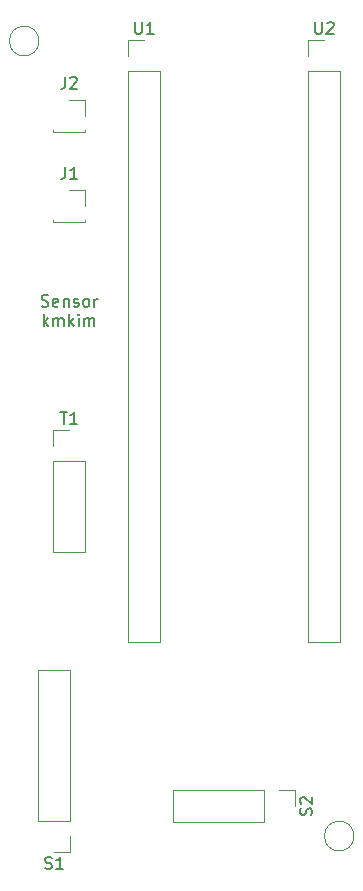
<source format=gbr>
%TF.GenerationSoftware,KiCad,Pcbnew,5.1.10-88a1d61d58~90~ubuntu20.04.1*%
%TF.CreationDate,2021-11-29T14:26:11+09:00*%
%TF.ProjectId,auto-headlight-control-system,6175746f-2d68-4656-9164-6c696768742d,rev?*%
%TF.SameCoordinates,Original*%
%TF.FileFunction,Legend,Top*%
%TF.FilePolarity,Positive*%
%FSLAX46Y46*%
G04 Gerber Fmt 4.6, Leading zero omitted, Abs format (unit mm)*
G04 Created by KiCad (PCBNEW 5.1.10-88a1d61d58~90~ubuntu20.04.1) date 2021-11-29 14:26:11*
%MOMM*%
%LPD*%
G01*
G04 APERTURE LIST*
%ADD10C,0.150000*%
%ADD11C,0.120000*%
G04 APERTURE END LIST*
D10*
X54816666Y-60539761D02*
X54959523Y-60587380D01*
X55197619Y-60587380D01*
X55292857Y-60539761D01*
X55340476Y-60492142D01*
X55388095Y-60396904D01*
X55388095Y-60301666D01*
X55340476Y-60206428D01*
X55292857Y-60158809D01*
X55197619Y-60111190D01*
X55007142Y-60063571D01*
X54911904Y-60015952D01*
X54864285Y-59968333D01*
X54816666Y-59873095D01*
X54816666Y-59777857D01*
X54864285Y-59682619D01*
X54911904Y-59635000D01*
X55007142Y-59587380D01*
X55245238Y-59587380D01*
X55388095Y-59635000D01*
X56197619Y-60539761D02*
X56102380Y-60587380D01*
X55911904Y-60587380D01*
X55816666Y-60539761D01*
X55769047Y-60444523D01*
X55769047Y-60063571D01*
X55816666Y-59968333D01*
X55911904Y-59920714D01*
X56102380Y-59920714D01*
X56197619Y-59968333D01*
X56245238Y-60063571D01*
X56245238Y-60158809D01*
X55769047Y-60254047D01*
X56673809Y-59920714D02*
X56673809Y-60587380D01*
X56673809Y-60015952D02*
X56721428Y-59968333D01*
X56816666Y-59920714D01*
X56959523Y-59920714D01*
X57054761Y-59968333D01*
X57102380Y-60063571D01*
X57102380Y-60587380D01*
X57530952Y-60539761D02*
X57626190Y-60587380D01*
X57816666Y-60587380D01*
X57911904Y-60539761D01*
X57959523Y-60444523D01*
X57959523Y-60396904D01*
X57911904Y-60301666D01*
X57816666Y-60254047D01*
X57673809Y-60254047D01*
X57578571Y-60206428D01*
X57530952Y-60111190D01*
X57530952Y-60063571D01*
X57578571Y-59968333D01*
X57673809Y-59920714D01*
X57816666Y-59920714D01*
X57911904Y-59968333D01*
X58530952Y-60587380D02*
X58435714Y-60539761D01*
X58388095Y-60492142D01*
X58340476Y-60396904D01*
X58340476Y-60111190D01*
X58388095Y-60015952D01*
X58435714Y-59968333D01*
X58530952Y-59920714D01*
X58673809Y-59920714D01*
X58769047Y-59968333D01*
X58816666Y-60015952D01*
X58864285Y-60111190D01*
X58864285Y-60396904D01*
X58816666Y-60492142D01*
X58769047Y-60539761D01*
X58673809Y-60587380D01*
X58530952Y-60587380D01*
X59292857Y-60587380D02*
X59292857Y-59920714D01*
X59292857Y-60111190D02*
X59340476Y-60015952D01*
X59388095Y-59968333D01*
X59483333Y-59920714D01*
X59578571Y-59920714D01*
X55007142Y-62237380D02*
X55007142Y-61237380D01*
X55102380Y-61856428D02*
X55388095Y-62237380D01*
X55388095Y-61570714D02*
X55007142Y-61951666D01*
X55816666Y-62237380D02*
X55816666Y-61570714D01*
X55816666Y-61665952D02*
X55864285Y-61618333D01*
X55959523Y-61570714D01*
X56102380Y-61570714D01*
X56197619Y-61618333D01*
X56245238Y-61713571D01*
X56245238Y-62237380D01*
X56245238Y-61713571D02*
X56292857Y-61618333D01*
X56388095Y-61570714D01*
X56530952Y-61570714D01*
X56626190Y-61618333D01*
X56673809Y-61713571D01*
X56673809Y-62237380D01*
X57150000Y-62237380D02*
X57150000Y-61237380D01*
X57245238Y-61856428D02*
X57530952Y-62237380D01*
X57530952Y-61570714D02*
X57150000Y-61951666D01*
X57959523Y-62237380D02*
X57959523Y-61570714D01*
X57959523Y-61237380D02*
X57911904Y-61285000D01*
X57959523Y-61332619D01*
X58007142Y-61285000D01*
X57959523Y-61237380D01*
X57959523Y-61332619D01*
X58435714Y-62237380D02*
X58435714Y-61570714D01*
X58435714Y-61665952D02*
X58483333Y-61618333D01*
X58578571Y-61570714D01*
X58721428Y-61570714D01*
X58816666Y-61618333D01*
X58864285Y-61713571D01*
X58864285Y-62237380D01*
X58864285Y-61713571D02*
X58911904Y-61618333D01*
X59007142Y-61570714D01*
X59150000Y-61570714D01*
X59245238Y-61618333D01*
X59292857Y-61713571D01*
X59292857Y-62237380D01*
D11*
%TO.C, *%
X81261000Y-105410000D02*
G75*
G03*
X81261000Y-105410000I-1251000J0D01*
G01*
X54591000Y-38100000D02*
G75*
G03*
X54591000Y-38100000I-1251000J0D01*
G01*
%TO.C,U2*%
X77410000Y-38040000D02*
X78740000Y-38040000D01*
X77410000Y-39370000D02*
X77410000Y-38040000D01*
X77410000Y-40640000D02*
X80070000Y-40640000D01*
X80070000Y-40640000D02*
X80070000Y-88960000D01*
X77410000Y-40640000D02*
X77410000Y-88960000D01*
X77410000Y-88960000D02*
X80070000Y-88960000D01*
%TO.C,S1*%
X57210000Y-91380000D02*
X54550000Y-91380000D01*
X57210000Y-104140000D02*
X57210000Y-91380000D01*
X54550000Y-104140000D02*
X54550000Y-91380000D01*
X57210000Y-104140000D02*
X54550000Y-104140000D01*
X57210000Y-105410000D02*
X57210000Y-106740000D01*
X57210000Y-106740000D02*
X55880000Y-106740000D01*
%TO.C,U1*%
X62170000Y-88960000D02*
X64830000Y-88960000D01*
X62170000Y-40640000D02*
X62170000Y-88960000D01*
X64830000Y-40640000D02*
X64830000Y-88960000D01*
X62170000Y-40640000D02*
X64830000Y-40640000D01*
X62170000Y-39370000D02*
X62170000Y-38040000D01*
X62170000Y-38040000D02*
X63500000Y-38040000D01*
%TO.C,S2*%
X65980000Y-101540000D02*
X65980000Y-104200000D01*
X73660000Y-101540000D02*
X65980000Y-101540000D01*
X73660000Y-104200000D02*
X65980000Y-104200000D01*
X73660000Y-101540000D02*
X73660000Y-104200000D01*
X74930000Y-101540000D02*
X76260000Y-101540000D01*
X76260000Y-101540000D02*
X76260000Y-102870000D01*
%TO.C,T1*%
X55820000Y-71060000D02*
X57150000Y-71060000D01*
X55820000Y-72390000D02*
X55820000Y-71060000D01*
X55820000Y-73660000D02*
X58480000Y-73660000D01*
X58480000Y-73660000D02*
X58480000Y-81340000D01*
X55820000Y-73660000D02*
X55820000Y-81340000D01*
X55820000Y-81340000D02*
X58480000Y-81340000D01*
%TO.C,J2*%
X55820000Y-45780000D02*
X58480000Y-45780000D01*
X55820000Y-45660000D02*
X55820000Y-45780000D01*
X58480000Y-45660000D02*
X58480000Y-45780000D01*
X58480000Y-43120000D02*
X58480000Y-44450000D01*
X57150000Y-43120000D02*
X58480000Y-43120000D01*
%TO.C,J1*%
X57150000Y-50740000D02*
X58480000Y-50740000D01*
X58480000Y-50740000D02*
X58480000Y-52070000D01*
X58480000Y-53280000D02*
X58480000Y-53400000D01*
X55820000Y-53280000D02*
X55820000Y-53400000D01*
X55820000Y-53400000D02*
X58480000Y-53400000D01*
%TO.C, *%
D10*
%TO.C,U2*%
X77978095Y-36492380D02*
X77978095Y-37301904D01*
X78025714Y-37397142D01*
X78073333Y-37444761D01*
X78168571Y-37492380D01*
X78359047Y-37492380D01*
X78454285Y-37444761D01*
X78501904Y-37397142D01*
X78549523Y-37301904D01*
X78549523Y-36492380D01*
X78978095Y-36587619D02*
X79025714Y-36540000D01*
X79120952Y-36492380D01*
X79359047Y-36492380D01*
X79454285Y-36540000D01*
X79501904Y-36587619D01*
X79549523Y-36682857D01*
X79549523Y-36778095D01*
X79501904Y-36920952D01*
X78930476Y-37492380D01*
X79549523Y-37492380D01*
%TO.C,S1*%
X55118095Y-108144761D02*
X55260952Y-108192380D01*
X55499047Y-108192380D01*
X55594285Y-108144761D01*
X55641904Y-108097142D01*
X55689523Y-108001904D01*
X55689523Y-107906666D01*
X55641904Y-107811428D01*
X55594285Y-107763809D01*
X55499047Y-107716190D01*
X55308571Y-107668571D01*
X55213333Y-107620952D01*
X55165714Y-107573333D01*
X55118095Y-107478095D01*
X55118095Y-107382857D01*
X55165714Y-107287619D01*
X55213333Y-107240000D01*
X55308571Y-107192380D01*
X55546666Y-107192380D01*
X55689523Y-107240000D01*
X56641904Y-108192380D02*
X56070476Y-108192380D01*
X56356190Y-108192380D02*
X56356190Y-107192380D01*
X56260952Y-107335238D01*
X56165714Y-107430476D01*
X56070476Y-107478095D01*
%TO.C,U1*%
X62738095Y-36492380D02*
X62738095Y-37301904D01*
X62785714Y-37397142D01*
X62833333Y-37444761D01*
X62928571Y-37492380D01*
X63119047Y-37492380D01*
X63214285Y-37444761D01*
X63261904Y-37397142D01*
X63309523Y-37301904D01*
X63309523Y-36492380D01*
X64309523Y-37492380D02*
X63738095Y-37492380D01*
X64023809Y-37492380D02*
X64023809Y-36492380D01*
X63928571Y-36635238D01*
X63833333Y-36730476D01*
X63738095Y-36778095D01*
%TO.C,S2*%
X77664761Y-103631904D02*
X77712380Y-103489047D01*
X77712380Y-103250952D01*
X77664761Y-103155714D01*
X77617142Y-103108095D01*
X77521904Y-103060476D01*
X77426666Y-103060476D01*
X77331428Y-103108095D01*
X77283809Y-103155714D01*
X77236190Y-103250952D01*
X77188571Y-103441428D01*
X77140952Y-103536666D01*
X77093333Y-103584285D01*
X76998095Y-103631904D01*
X76902857Y-103631904D01*
X76807619Y-103584285D01*
X76760000Y-103536666D01*
X76712380Y-103441428D01*
X76712380Y-103203333D01*
X76760000Y-103060476D01*
X76807619Y-102679523D02*
X76760000Y-102631904D01*
X76712380Y-102536666D01*
X76712380Y-102298571D01*
X76760000Y-102203333D01*
X76807619Y-102155714D01*
X76902857Y-102108095D01*
X76998095Y-102108095D01*
X77140952Y-102155714D01*
X77712380Y-102727142D01*
X77712380Y-102108095D01*
%TO.C,T1*%
X56388095Y-69512380D02*
X56959523Y-69512380D01*
X56673809Y-70512380D02*
X56673809Y-69512380D01*
X57816666Y-70512380D02*
X57245238Y-70512380D01*
X57530952Y-70512380D02*
X57530952Y-69512380D01*
X57435714Y-69655238D01*
X57340476Y-69750476D01*
X57245238Y-69798095D01*
%TO.C,J2*%
X56816666Y-41132380D02*
X56816666Y-41846666D01*
X56769047Y-41989523D01*
X56673809Y-42084761D01*
X56530952Y-42132380D01*
X56435714Y-42132380D01*
X57245238Y-41227619D02*
X57292857Y-41180000D01*
X57388095Y-41132380D01*
X57626190Y-41132380D01*
X57721428Y-41180000D01*
X57769047Y-41227619D01*
X57816666Y-41322857D01*
X57816666Y-41418095D01*
X57769047Y-41560952D01*
X57197619Y-42132380D01*
X57816666Y-42132380D01*
%TO.C,J1*%
X56816666Y-48752380D02*
X56816666Y-49466666D01*
X56769047Y-49609523D01*
X56673809Y-49704761D01*
X56530952Y-49752380D01*
X56435714Y-49752380D01*
X57816666Y-49752380D02*
X57245238Y-49752380D01*
X57530952Y-49752380D02*
X57530952Y-48752380D01*
X57435714Y-48895238D01*
X57340476Y-48990476D01*
X57245238Y-49038095D01*
%TD*%
M02*

</source>
